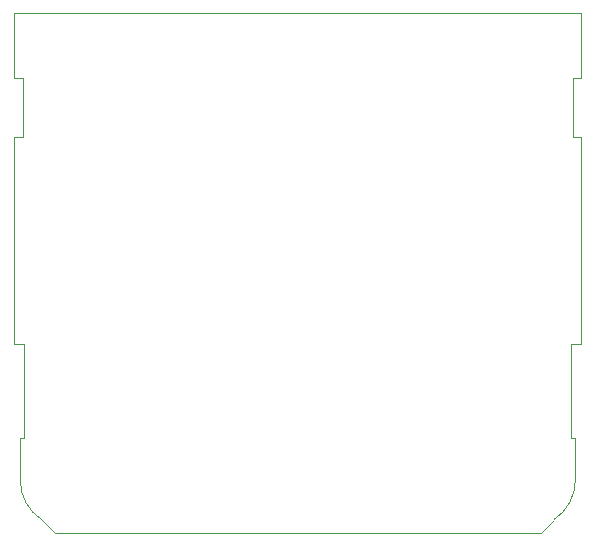
<source format=gko>
G04*
G04 #@! TF.GenerationSoftware,Altium Limited,Altium Designer,20.0.13 (296)*
G04*
G04 Layer_Color=16711935*
%FSLAX44Y44*%
%MOMM*%
G71*
G01*
G75*
%ADD50C,0.0200*%
D50*
X216857Y-374601D02*
G03*
X235000Y-341101I-21858J33500D01*
G01*
X-235000Y-341101D02*
G03*
X-216858Y-374601I40000J0D01*
G01*
X205662Y-385797D02*
X216857Y-374601D01*
X-216857Y-374601D02*
X-205662Y-385797D01*
X-233000Y-50797D02*
Y-797D01*
X-70703Y54203D02*
X70703D01*
X240000D01*
Y-797D02*
Y54203D01*
X233000Y-797D02*
X240000D01*
X233000Y-50797D02*
Y-797D01*
Y-50797D02*
X240000D01*
Y-225797D02*
Y-50797D01*
X231500Y-305797D02*
Y-225797D01*
Y-305797D02*
X235000D01*
Y-341101D02*
Y-305797D01*
X231500Y-225797D02*
X240000D01*
X122000Y-385797D02*
X205662D01*
X80000D02*
X122000D01*
X-80000D02*
X80000D01*
X-122000D02*
X-80000D01*
X-205662D02*
X-122000D01*
X-240000Y-225797D02*
X-231500D01*
X-235000Y-341101D02*
Y-305797D01*
X-231500D01*
Y-225797D01*
X-240000D02*
Y-50797D01*
X-233000D01*
X-240000Y-797D02*
X-233000D01*
X-240000D02*
Y54203D01*
X-70703D01*
M02*

</source>
